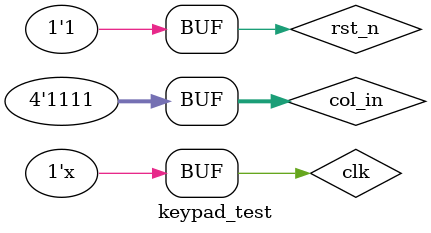
<source format=v>
`timescale 1ns / 1ps


module keypad_test;

	// Inputs
	reg clk;
	reg rst_n;
	reg [3:0] col_in;

	// Outputs
	wire [3:0] row_scn;
	wire [3:0] key;

	// Instantiate the Unit Under Test (UUT)
	keypad uut (
		.clk(clk), 
		.rst_n(rst_n), 
		.col_in(col_in), 
		.row_scn(row_scn), 
		.key(key)
	);

	initial begin
		// Initialize Inputs
		clk = 1;
		rst_n = 0;
		col_in = 4'b1111;
		
		// Add stimulus here
		#1 rst_n = 1; col_in = 4'b0111;
		#200 col_in = 4'b1011;
		#200 col_in = 4'b1101;
		#200 col_in = 4'b1110;
		#200 col_in = 4'b1111;
		
	end
	
	always 
	begin
		#1 clk=~clk;
	end
      
endmodule


</source>
